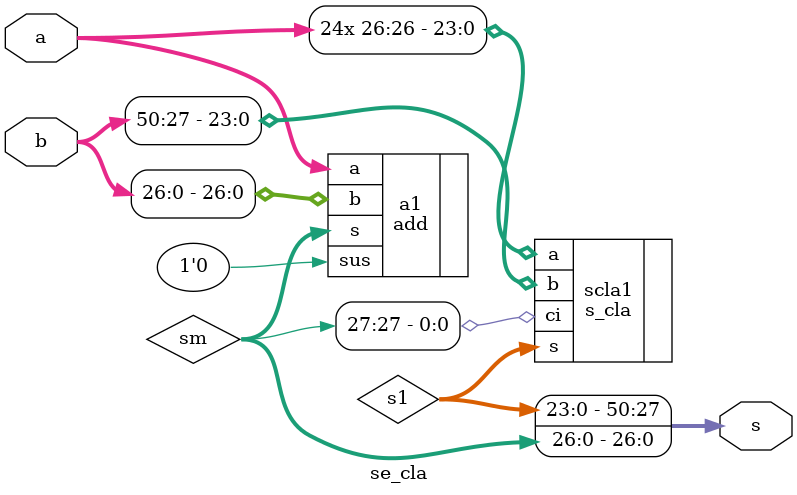
<source format=v>


//     // 输入信号
//     reg signed [19:0] a;  // 20位有符号数
//     reg signed [35:0] b;  // 36位有符号数
    
//     // 输出信号
//     wire signed [35:0] s; // 36位有符号结果
    
//     // 实例化被测模块
//     se_cla uut (
//         .a(a),
//         .b(b),
//         .s(s)
//     );
    
//     initial begin

//         // 测试用例 1：两个正数相加
//         a = 20'sd100_000;
//         b = 36'sd500_000;
//         #10 print_result();
        
//         // 测试用例 2：一个正数加一个负数
//         a = 20'sd300_000;  // 300000
//         b = -36'sd200_000; // -200000
//         #10 print_result();

//         // 测试用例 3：两个负数相加
//         a = -20'sd250_000;
//         b = -36'sd600_000;
//         #10 print_result();

//         // 测试用例 4：a 为 0
//         a = 20'sd0;
//         b = 36'sd123456;
//         #10 print_result();

//         // 测试用例 5：b 为 0
//         a = 20'sd654321;
//         b = 36'sd0;
//         #10 print_result();

//         // 测试用例 6：最大正数 + 1
//         a = 20'sd524287;  // 20 位最大正数 (2^19 - 1)
//         b = 36'sd1;
//         #10 print_result();

//         // 测试用例 7：最小负数 + 负数
//         a = -20'sd524288;  // 20 位最小负数 (-2^19)
//         b = -36'sd10;
//         #10 print_result();

//         // 测试结束
//         $finish;
//     end

//     task print_result;
//         begin
//             $display("Time=%0t | a=%d | b=%d | s=%d", $time, $signed(a), $signed(b), $signed(s));
//         end
//     endtask

// endmodule

module se_cla(
    input [26:0] a,
    input [50:0] b,
    output wire [50:0] s
);

    wire [27:0] sm;
    wire [23:0] s1;
    wire [26:0] s2;
    
    s_cla scla1(
        .a({24{a[26]}}),
        .b(b[50:27]),
        .ci(sm[27]),
        .s(s1)
    );
    add #(27) a1(
        .a(a),
        .b(b[26:0]),
        .s(sm),
        .sus(1'b0)
    );
    assign s = {s1,sm[26:0]};

endmodule
</source>
